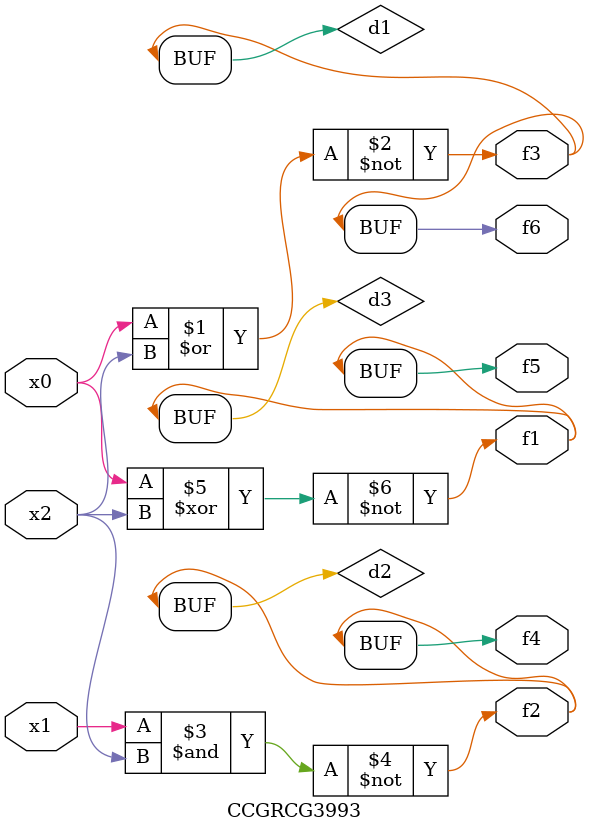
<source format=v>
module CCGRCG3993(
	input x0, x1, x2,
	output f1, f2, f3, f4, f5, f6
);

	wire d1, d2, d3;

	nor (d1, x0, x2);
	nand (d2, x1, x2);
	xnor (d3, x0, x2);
	assign f1 = d3;
	assign f2 = d2;
	assign f3 = d1;
	assign f4 = d2;
	assign f5 = d3;
	assign f6 = d1;
endmodule

</source>
